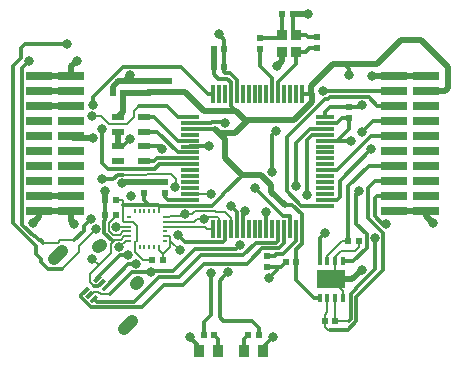
<source format=gtl>
G04 #@! TF.FileFunction,Copper,L1,Top,Signal*
%FSLAX46Y46*%
G04 Gerber Fmt 4.6, Leading zero omitted, Abs format (unit mm)*
G04 Created by KiCad (PCBNEW 4.1.0-alpha+201605071002+6776~44~ubuntu14.04.1-product) date Sun 26 Jun 2016 16:38:28 BST*
%MOMM*%
%LPD*%
G01*
G04 APERTURE LIST*
%ADD10C,0.100000*%
%ADD11R,0.300000X1.500000*%
%ADD12R,1.500000X0.300000*%
%ADD13R,2.220000X0.740000*%
%ADD14R,0.620000X0.620000*%
%ADD15R,0.200000X0.400000*%
%ADD16R,0.400000X0.200000*%
%ADD17R,0.350000X0.650000*%
%ADD18R,0.800000X0.800000*%
%ADD19R,2.400000X1.550000*%
%ADD20R,0.950000X1.000000*%
%ADD21R,1.100000X0.600000*%
%ADD22R,0.850000X0.950000*%
%ADD23C,1.000000*%
%ADD24C,0.800000*%
%ADD25C,0.300000*%
%ADD26C,0.200000*%
%ADD27C,0.500000*%
%ADD28C,0.150000*%
G04 APERTURE END LIST*
D10*
D11*
X105869953Y-95808473D03*
X105369953Y-95808473D03*
X104869953Y-95808473D03*
X104369953Y-95808473D03*
X103869953Y-95808473D03*
X103369953Y-95808473D03*
X102869953Y-95808473D03*
X102369953Y-95808473D03*
X101869953Y-95808473D03*
X101369953Y-95808473D03*
X100869953Y-95808473D03*
X100369953Y-95808473D03*
X99869953Y-95808473D03*
X99369953Y-95808473D03*
X98869953Y-95808473D03*
X98369953Y-95808473D03*
D12*
X96419953Y-97758473D03*
X96419953Y-98258473D03*
X96419953Y-98758473D03*
X96419953Y-99258473D03*
X96419953Y-99758473D03*
X96419953Y-100258473D03*
X96419953Y-100758473D03*
X96419953Y-101258473D03*
X96419953Y-101758473D03*
X96419953Y-102258473D03*
X96419953Y-102758473D03*
X96419953Y-103258473D03*
X96419953Y-103758473D03*
X96419953Y-104258473D03*
X96419953Y-104758473D03*
X96419953Y-105258473D03*
D11*
X98369953Y-107208473D03*
X98869953Y-107208473D03*
X99369953Y-107208473D03*
X99869953Y-107208473D03*
X100369953Y-107208473D03*
X100869953Y-107208473D03*
X101369953Y-107208473D03*
X101869953Y-107208473D03*
X102369953Y-107208473D03*
X102869953Y-107208473D03*
X103369953Y-107208473D03*
X103869953Y-107208473D03*
X104369953Y-107208473D03*
X104869953Y-107208473D03*
X105369953Y-107208473D03*
X105869953Y-107208473D03*
D12*
X107819953Y-105258473D03*
X107819953Y-104758473D03*
X107819953Y-104258473D03*
X107819953Y-103758473D03*
X107819953Y-103258473D03*
X107819953Y-102758473D03*
X107819953Y-102258473D03*
X107819953Y-101758473D03*
X107819953Y-101258473D03*
X107819953Y-100758473D03*
X107819953Y-100258473D03*
X107819953Y-99758473D03*
X107819953Y-99258473D03*
X107819953Y-98758473D03*
X107819953Y-98258473D03*
X107819953Y-97758473D03*
D13*
X86365000Y-94285000D03*
X83635000Y-94285000D03*
X86365000Y-95555000D03*
X83635000Y-95555000D03*
X86365000Y-96825000D03*
X83635000Y-96825000D03*
X86365000Y-98095000D03*
X83635000Y-98095000D03*
X86365000Y-99365000D03*
X83635000Y-99365000D03*
X86365000Y-100635000D03*
X83635000Y-100635000D03*
X86365000Y-101905000D03*
X83635000Y-101905000D03*
X86365000Y-103175000D03*
X83635000Y-103175000D03*
X86365000Y-104445000D03*
X83635000Y-104445000D03*
X86365000Y-105715000D03*
X83635000Y-105715000D03*
D14*
X97550000Y-116200000D03*
X98450000Y-116200000D03*
D15*
X93750000Y-105750000D03*
X93350000Y-105750000D03*
X92950000Y-105750000D03*
X92550000Y-105750000D03*
X92150000Y-105750000D03*
X91750000Y-105750000D03*
D16*
X91250000Y-106250000D03*
X91250000Y-106650000D03*
X91250000Y-107050000D03*
X91250000Y-107450000D03*
X91250000Y-107850000D03*
X91250000Y-108250000D03*
D15*
X91750000Y-108750000D03*
X92150000Y-108750000D03*
X92550000Y-108750000D03*
X92950000Y-108750000D03*
X93350000Y-108750000D03*
X93750000Y-108750000D03*
D16*
X94250000Y-108250000D03*
X94250000Y-107850000D03*
X94250000Y-107450000D03*
X94250000Y-107050000D03*
X94250000Y-106650000D03*
X94250000Y-106250000D03*
D14*
X94100000Y-109850000D03*
X93200000Y-109850000D03*
D13*
X116365000Y-94285000D03*
X113635000Y-94285000D03*
X116365000Y-95555000D03*
X113635000Y-95555000D03*
X116365000Y-96825000D03*
X113635000Y-96825000D03*
X116365000Y-98095000D03*
X113635000Y-98095000D03*
X116365000Y-99365000D03*
X113635000Y-99365000D03*
X116365000Y-100635000D03*
X113635000Y-100635000D03*
X116365000Y-101905000D03*
X113635000Y-101905000D03*
X116365000Y-103175000D03*
X113635000Y-103175000D03*
X116365000Y-104445000D03*
X113635000Y-104445000D03*
X116365000Y-105715000D03*
X113635000Y-105715000D03*
D17*
X109325000Y-109950000D03*
X108675000Y-109950000D03*
X108025000Y-109950000D03*
X107375000Y-109950000D03*
X107375000Y-113050000D03*
X108025000Y-113050000D03*
X108675000Y-113050000D03*
X109325000Y-113050000D03*
D18*
X108950000Y-111500000D03*
X107750000Y-111500000D03*
X108950000Y-111500000D03*
X107750000Y-111500000D03*
D19*
X108350000Y-111500000D03*
D14*
X99319953Y-93508473D03*
X98419953Y-93508473D03*
X99319953Y-92008473D03*
X98419953Y-92008473D03*
X93000000Y-94750000D03*
X93000000Y-95650000D03*
X94600000Y-94750000D03*
X94600000Y-95650000D03*
X90150000Y-106025000D03*
X89250000Y-106025000D03*
X89250000Y-104800000D03*
X90150000Y-104800000D03*
X107119953Y-91008473D03*
X107119953Y-91908473D03*
X104219953Y-89008473D03*
X105119953Y-89008473D03*
X92500000Y-103300000D03*
X92500000Y-104200000D03*
X109850000Y-97800000D03*
X109850000Y-96900000D03*
X104500000Y-110025000D03*
X105400000Y-110025000D03*
X102950000Y-109525000D03*
X102950000Y-110425000D03*
X94250000Y-104200000D03*
X94250000Y-103300000D03*
X109800000Y-108250000D03*
X110700000Y-108250000D03*
X90750000Y-95750000D03*
X89850000Y-95750000D03*
D20*
X97200000Y-117600000D03*
X98800000Y-117600000D03*
X102600000Y-117600000D03*
X101000000Y-117600000D03*
D21*
X90300000Y-97750000D03*
X90300000Y-99000000D03*
X90300000Y-100250000D03*
X90300000Y-101500000D03*
X92500000Y-101500000D03*
X92500000Y-100250000D03*
X92500000Y-99000000D03*
X92500000Y-97750000D03*
D14*
X102369953Y-91058473D03*
X102369953Y-91958473D03*
X102250000Y-116200000D03*
X101350000Y-116200000D03*
D22*
X105369953Y-92258473D03*
X105369953Y-90808473D03*
X104219953Y-90808473D03*
X104219953Y-92258473D03*
D23*
X88654944Y-108789079D02*
X88831720Y-108612303D01*
X91801569Y-111935704D02*
X91978345Y-111758928D01*
X84924955Y-109761351D02*
X85561351Y-109124955D01*
X90829297Y-115665693D02*
X91465693Y-115029297D01*
D14*
X108700000Y-115000000D03*
X107800000Y-115000000D03*
D10*
G36*
X89417627Y-111777348D02*
X89629759Y-111989480D01*
X89127713Y-112491526D01*
X88915581Y-112279394D01*
X89417627Y-111777348D01*
X89417627Y-111777348D01*
G37*
G36*
X89064074Y-111423794D02*
X89276206Y-111635926D01*
X88774160Y-112137972D01*
X88562028Y-111925840D01*
X89064074Y-111423794D01*
X89064074Y-111423794D01*
G37*
G36*
X88710520Y-111070241D02*
X88922652Y-111282373D01*
X88420606Y-111784419D01*
X88208474Y-111572287D01*
X88710520Y-111070241D01*
X88710520Y-111070241D01*
G37*
G36*
X87692287Y-112088474D02*
X87904419Y-112300606D01*
X87402373Y-112802652D01*
X87190241Y-112590520D01*
X87692287Y-112088474D01*
X87692287Y-112088474D01*
G37*
G36*
X88045840Y-112442028D02*
X88257972Y-112654160D01*
X87755926Y-113156206D01*
X87543794Y-112944074D01*
X88045840Y-112442028D01*
X88045840Y-112442028D01*
G37*
G36*
X88399394Y-112795581D02*
X88611526Y-113007713D01*
X88109480Y-113509759D01*
X87897348Y-113297627D01*
X88399394Y-112795581D01*
X88399394Y-112795581D01*
G37*
D24*
X103400000Y-116400000D03*
X96400000Y-116400000D03*
X88141139Y-109791139D03*
X95570000Y-109040012D03*
X117000000Y-106750000D03*
X83125000Y-106750000D03*
X86600000Y-106800000D03*
X103750000Y-93450000D03*
X90633583Y-103370021D03*
X89250000Y-103990000D03*
X91350000Y-99625000D03*
X103075000Y-111400000D03*
X86800000Y-92975000D03*
X99350000Y-98240010D03*
X110975000Y-110675000D03*
X110025000Y-99750000D03*
X111775000Y-94325000D03*
X106425000Y-89000000D03*
X98850000Y-90750000D03*
X91300000Y-94240010D03*
X111000000Y-96775010D03*
X109825000Y-94225000D03*
X88122396Y-97687833D03*
X99850000Y-105300000D03*
X98175000Y-111000000D03*
X101100000Y-105725000D03*
X99625000Y-110900010D03*
X98000000Y-100250000D03*
X94051473Y-100448527D03*
X88951088Y-98748912D03*
X90420048Y-108780711D03*
X91375000Y-104450000D03*
X98200000Y-104250000D03*
X88151734Y-96698266D03*
X103675000Y-98925000D03*
X103351777Y-102423223D03*
X101925000Y-103800000D03*
X107646651Y-95529727D03*
X111000000Y-99000000D03*
X111750000Y-100500000D03*
X107850000Y-107550000D03*
X106325000Y-104340010D03*
X110750000Y-104000000D03*
X105400000Y-103600000D03*
X112050011Y-108000000D03*
X113000000Y-106800000D03*
X88159990Y-99500000D03*
X97578219Y-106399990D03*
X95119951Y-103700000D03*
X88925000Y-103000000D03*
X88424981Y-107249644D03*
X86000000Y-91600000D03*
X90175000Y-107069736D03*
X95400390Y-107740001D03*
X88000000Y-106400000D03*
X96000000Y-106000000D03*
X82800000Y-93000000D03*
X93080000Y-110890000D03*
X100625000Y-108625000D03*
X102800000Y-105800000D03*
X91830000Y-110180000D03*
X91174226Y-109473659D03*
D25*
X102600000Y-117600000D02*
X102600000Y-117200000D01*
X102600000Y-117200000D02*
X103400000Y-116400000D01*
X97200000Y-117600000D02*
X97200000Y-117200000D01*
X97200000Y-117200000D02*
X96400000Y-116400000D01*
D26*
X88685240Y-110324760D02*
X87957581Y-111052419D01*
X89750000Y-109260000D02*
X88685240Y-110324760D01*
X88685240Y-110324760D02*
X88674760Y-110324760D01*
X88674760Y-110324760D02*
X88141139Y-109791139D01*
X94700001Y-108724999D02*
X94700001Y-108170013D01*
X94700001Y-108170013D02*
X94750389Y-108220401D01*
X94750389Y-108220401D02*
X95570000Y-109040012D01*
X94100000Y-109340000D02*
X94100000Y-109325000D01*
X94100000Y-109325000D02*
X94700001Y-108724999D01*
X94700001Y-108724999D02*
X94700001Y-108277954D01*
X94700001Y-108277954D02*
X94740001Y-108237954D01*
X90108047Y-108130710D02*
X89897379Y-108267378D01*
X89897379Y-108267378D02*
X89750000Y-108488757D01*
D25*
X89250000Y-106025000D02*
X89250000Y-106467035D01*
X89250000Y-106467035D02*
X89124989Y-106592046D01*
X89124989Y-106592046D02*
X89124989Y-107547426D01*
X89124989Y-107547426D02*
X89871160Y-108293597D01*
X89871160Y-108293597D02*
X89897379Y-108267378D01*
D26*
X91250000Y-107850000D02*
X90851726Y-107850000D01*
X90851726Y-107850000D02*
X90571016Y-108130710D01*
X89750000Y-108488757D02*
X89750000Y-109260000D01*
X90571016Y-108130710D02*
X90108047Y-108130710D01*
X87957581Y-111052419D02*
X87957581Y-111757581D01*
X87957581Y-111757581D02*
X88303499Y-112103499D01*
D25*
X88918234Y-111781766D02*
X88596501Y-112103499D01*
X88596501Y-112103499D02*
X88303499Y-112103499D01*
D27*
X116365000Y-105715000D02*
X116365000Y-106115000D01*
X116365000Y-106115000D02*
X117000000Y-106750000D01*
X83635000Y-105715000D02*
X83635000Y-106240000D01*
X83635000Y-106240000D02*
X83125000Y-106750000D01*
X86365000Y-105715000D02*
X86365000Y-106565000D01*
X86365000Y-106565000D02*
X86600000Y-106800000D01*
X104219953Y-92980047D02*
X103750000Y-93450000D01*
X104219953Y-92258473D02*
X104219953Y-92980047D01*
D26*
X94740001Y-107940001D02*
X94740001Y-108237954D01*
D27*
X92500000Y-103300000D02*
X90703604Y-103300000D01*
X90703604Y-103300000D02*
X90633583Y-103370021D01*
D26*
X94250000Y-107850000D02*
X94650000Y-107850000D01*
X94650000Y-107850000D02*
X94740001Y-107940001D01*
D27*
X89250000Y-103990000D02*
X89250000Y-104800000D01*
D26*
X94100000Y-109850000D02*
X94100000Y-109340000D01*
X94100000Y-109340000D02*
X93750000Y-108990000D01*
X93750000Y-108990000D02*
X93750000Y-108750000D01*
D25*
X89250000Y-106025000D02*
X89250000Y-105408238D01*
X89250000Y-105408238D02*
X89250000Y-104800000D01*
X90300000Y-100250000D02*
X90725000Y-100250000D01*
X90725000Y-100250000D02*
X91350000Y-99625000D01*
D27*
X90300000Y-99000000D02*
X90300000Y-99707398D01*
X90300000Y-99707398D02*
X90300000Y-100250000D01*
D25*
X103732264Y-110425000D02*
X104100000Y-110425000D01*
X102950000Y-110425000D02*
X103732264Y-110425000D01*
X103732264Y-110425000D02*
X103732264Y-110742736D01*
X103732264Y-110742736D02*
X103075000Y-111400000D01*
X104100000Y-110425000D02*
X104500000Y-110025000D01*
D27*
X86365000Y-94285000D02*
X86365000Y-93410000D01*
X86365000Y-93410000D02*
X86800000Y-92975000D01*
X83635000Y-94285000D02*
X86365000Y-94285000D01*
X93000000Y-94750000D02*
X90940774Y-94750000D01*
X90940774Y-94750000D02*
X90865392Y-94674618D01*
X94600000Y-94750000D02*
X93000000Y-94750000D01*
X89850000Y-95237998D02*
X90337998Y-94750000D01*
X94250000Y-103300000D02*
X92500000Y-103300000D01*
D25*
X96419953Y-98258473D02*
X98174073Y-98258473D01*
X98174073Y-98258473D02*
X98264082Y-98168464D01*
X98264082Y-98168464D02*
X99278454Y-98168464D01*
X99278454Y-98168464D02*
X99350000Y-98240010D01*
D27*
X113635000Y-105715000D02*
X113560000Y-105715000D01*
X108350000Y-111500000D02*
X110150000Y-111500000D01*
X110150000Y-111500000D02*
X110975000Y-110675000D01*
D26*
X108675000Y-109950000D02*
X108675000Y-109577998D01*
X108675000Y-109577998D02*
X109177998Y-109075000D01*
X110385000Y-109075000D02*
X110700000Y-108760000D01*
X109177998Y-109075000D02*
X110385000Y-109075000D01*
X110700000Y-108760000D02*
X110700000Y-108250000D01*
D27*
X113635000Y-105715000D02*
X116365000Y-105715000D01*
D25*
X108869953Y-99758473D02*
X110016527Y-99758473D01*
X110016527Y-99758473D02*
X110025000Y-99750000D01*
X107819953Y-99758473D02*
X108869953Y-99758473D01*
X108869953Y-99758473D02*
X109850000Y-98778426D01*
X109850000Y-98778426D02*
X109850000Y-98410000D01*
X109850000Y-98410000D02*
X109850000Y-97800000D01*
D27*
X113635000Y-94285000D02*
X111815000Y-94285000D01*
X111815000Y-94285000D02*
X111775000Y-94325000D01*
X113635000Y-94285000D02*
X116365000Y-94285000D01*
D25*
X109290428Y-97800000D02*
X109850000Y-97800000D01*
X108551526Y-98248474D02*
X108841954Y-98248474D01*
X108841954Y-98248474D02*
X109290428Y-97800000D01*
X107819953Y-98258473D02*
X108541527Y-98258473D01*
X108541527Y-98258473D02*
X108551526Y-98248474D01*
D27*
X105119953Y-89008473D02*
X106416527Y-89008473D01*
X106416527Y-89008473D02*
X106425000Y-89000000D01*
D25*
X99319953Y-92008473D02*
X99319953Y-91219953D01*
X99319953Y-91219953D02*
X98850000Y-90750000D01*
X99319953Y-93944953D02*
X99384990Y-94009990D01*
X99384990Y-94009990D02*
X99776451Y-94009991D01*
X99776451Y-94009991D02*
X100369953Y-94603493D01*
X100369953Y-94603493D02*
X100369953Y-94758473D01*
X100369953Y-94758473D02*
X100369953Y-95808473D01*
X99319953Y-93508473D02*
X99319953Y-93944953D01*
X99319953Y-92008473D02*
X99319953Y-93508473D01*
X106433473Y-91008473D02*
X106233473Y-90808473D01*
X106233473Y-90808473D02*
X105369953Y-90808473D01*
X107119953Y-91008473D02*
X106433473Y-91008473D01*
X105119953Y-89008473D02*
X105119953Y-90558473D01*
X105119953Y-90558473D02*
X105369953Y-90808473D01*
D26*
X108350000Y-111500000D02*
X108675000Y-111175000D01*
X108675000Y-111175000D02*
X108675000Y-109950000D01*
X109325000Y-113050000D02*
X109325000Y-112475000D01*
X109325000Y-112475000D02*
X108350000Y-111500000D01*
X93750000Y-108750000D02*
X93759999Y-108740001D01*
D27*
X83635000Y-105715000D02*
X86365000Y-105715000D01*
X90865392Y-94750000D02*
X90865392Y-94674618D01*
X90865392Y-94674618D02*
X91300000Y-94240010D01*
X90337998Y-94750000D02*
X90865392Y-94750000D01*
X89850000Y-95750000D02*
X89850000Y-95237998D01*
D25*
X103869953Y-94758473D02*
X105369953Y-93258473D01*
X105369953Y-93258473D02*
X105369953Y-93033473D01*
X105369953Y-93033473D02*
X105369953Y-92258473D01*
X106191527Y-92258473D02*
X106191527Y-92226899D01*
X106191527Y-92226899D02*
X106509953Y-91908473D01*
X106509953Y-91908473D02*
X107119953Y-91908473D01*
X105369953Y-92258473D02*
X106191527Y-92258473D01*
X103869953Y-95808473D02*
X103869953Y-94758473D01*
X102369953Y-91058473D02*
X103969953Y-91058473D01*
X104219953Y-90808473D02*
X104219953Y-89008473D01*
X103969953Y-91058473D02*
X104219953Y-90808473D01*
D26*
X91250000Y-106650000D02*
X91600002Y-106650000D01*
X91600002Y-106650000D02*
X91950000Y-106999998D01*
X91950000Y-106999998D02*
X91950000Y-108199998D01*
X91925000Y-108224998D02*
X91875002Y-108224998D01*
X91950000Y-108199998D02*
X91925000Y-108224998D01*
X91875002Y-108224998D02*
X91750000Y-108350000D01*
X91750000Y-108350000D02*
X91750000Y-108750000D01*
X90759999Y-106582001D02*
X90759999Y-105212911D01*
X90759999Y-105212911D02*
X90759999Y-104899999D01*
D25*
X92893879Y-105209999D02*
X90762911Y-105209999D01*
D26*
X90762911Y-105209999D02*
X90759999Y-105212911D01*
X91250000Y-106650000D02*
X90827998Y-106650000D01*
X90827998Y-106650000D02*
X90759999Y-106582001D01*
X90660000Y-104800000D02*
X90150000Y-104800000D01*
X90759999Y-104899999D02*
X90660000Y-104800000D01*
D25*
X105400000Y-110025000D02*
X105400000Y-111550000D01*
X105400000Y-111550000D02*
X106900000Y-113050000D01*
X106900000Y-113050000D02*
X107375000Y-113050000D01*
X109850000Y-96900000D02*
X110596065Y-96900000D01*
X110875010Y-96900000D02*
X110596065Y-96900000D01*
X110596065Y-96900000D02*
X110834991Y-96900000D01*
X111000000Y-96775010D02*
X110875010Y-96900000D01*
D26*
X91750000Y-109172002D02*
X92427998Y-109850000D01*
X92427998Y-109850000D02*
X93200000Y-109850000D01*
X91750000Y-108750000D02*
X91750000Y-109172002D01*
D25*
X105859963Y-108480037D02*
X105400000Y-108940000D01*
X105400000Y-108940000D02*
X105400000Y-110025000D01*
D27*
X90750000Y-95750000D02*
X92900000Y-95750000D01*
X92900000Y-95750000D02*
X93000000Y-95650000D01*
D25*
X99869953Y-96820475D02*
X100267401Y-97217923D01*
D27*
X97571405Y-97217923D02*
X100267401Y-97217923D01*
X100267401Y-97217923D02*
X101082844Y-98033366D01*
X94600000Y-95650000D02*
X96003482Y-95650000D01*
X96003482Y-95650000D02*
X97571405Y-97217923D01*
X93000000Y-95650000D02*
X94600000Y-95650000D01*
D25*
X99869953Y-95808473D02*
X99869953Y-96820475D01*
X101082844Y-98033366D02*
X101301034Y-98033366D01*
D27*
X90750000Y-97300000D02*
X90750000Y-95750000D01*
X90300000Y-97750000D02*
X90750000Y-97300000D01*
X99400000Y-101250000D02*
X99400000Y-99650000D01*
X99400000Y-99650000D02*
X98840001Y-99090001D01*
X100809999Y-102659999D02*
X99400000Y-101250000D01*
X100863449Y-102659999D02*
X100809999Y-102659999D01*
X100863449Y-102659999D02*
X102400599Y-102659999D01*
D25*
X99225000Y-104320202D02*
X99225000Y-104298448D01*
X99225000Y-104298448D02*
X100863449Y-102659999D01*
X96419953Y-105258473D02*
X98286729Y-105258473D01*
X98286729Y-105258473D02*
X99225000Y-104320202D01*
X105869953Y-107208473D02*
X105869953Y-105994953D01*
X105075000Y-105200000D02*
X104425000Y-105200000D01*
X105869953Y-105994953D02*
X105075000Y-105200000D01*
D27*
X103300000Y-104075000D02*
X104425000Y-105200000D01*
X103275000Y-104075000D02*
X103300000Y-104075000D01*
X102400599Y-102659999D02*
X103275000Y-103534400D01*
X103275000Y-103534400D02*
X103275000Y-104075000D01*
X108525000Y-93250000D02*
X109336450Y-93250000D01*
X109336450Y-93250000D02*
X111564990Y-93250000D01*
D25*
X109825000Y-94225000D02*
X109825000Y-93659315D01*
X109825000Y-93659315D02*
X109415685Y-93250000D01*
X109415685Y-93250000D02*
X109336450Y-93250000D01*
D27*
X107576690Y-94198310D02*
X108525000Y-93250000D01*
X107576690Y-94200000D02*
X107576690Y-94198310D01*
D25*
X107819953Y-97758473D02*
X107819953Y-97308473D01*
X107819953Y-97308473D02*
X108228426Y-96900000D01*
X108228426Y-96900000D02*
X109850000Y-96900000D01*
X93722001Y-105209999D02*
X92893879Y-105209999D01*
X92500000Y-104200000D02*
X92500000Y-104816120D01*
X92500000Y-104816120D02*
X92893879Y-105209999D01*
X94258473Y-105258473D02*
X93770475Y-105258473D01*
X93770475Y-105258473D02*
X93722001Y-105209999D01*
X105869953Y-95808473D02*
X106679801Y-95808473D01*
X106679801Y-95808473D02*
X106738455Y-95808473D01*
D27*
X107576690Y-94200000D02*
X106679801Y-95096889D01*
X106679801Y-95096889D02*
X106679801Y-95808473D01*
X106738455Y-95808473D02*
X106738455Y-96493569D01*
X106738455Y-96493569D02*
X105198658Y-98033366D01*
X105198658Y-98033366D02*
X101301034Y-98033366D01*
X101301034Y-98033366D02*
X100244399Y-99090001D01*
X100244399Y-99090001D02*
X98840001Y-99090001D01*
X99793211Y-99090001D02*
X98840001Y-99090001D01*
X98840001Y-99090001D02*
X98750000Y-99000000D01*
D25*
X105869953Y-107208473D02*
X105859963Y-107218463D01*
X105859963Y-107218463D02*
X105859963Y-108480037D01*
D27*
X98750000Y-99000000D02*
X98508473Y-98758473D01*
D25*
X98508473Y-98758473D02*
X96419953Y-98758473D01*
D27*
X92950000Y-95750000D02*
X93000000Y-95700000D01*
D26*
X93750000Y-105750000D02*
X93750000Y-105350000D01*
X93750000Y-105350000D02*
X93841527Y-105258473D01*
X93841527Y-105258473D02*
X94258473Y-105258473D01*
D25*
X96419953Y-105258473D02*
X94258473Y-105258473D01*
D27*
X111289969Y-93250000D02*
X111564990Y-93250000D01*
X116000000Y-91250000D02*
X118250000Y-93500000D01*
X118250000Y-93500000D02*
X118250000Y-93897998D01*
X114250000Y-91250000D02*
X116000000Y-91250000D01*
X112250000Y-93250000D02*
X114250000Y-91250000D01*
X111564990Y-93250000D02*
X112250000Y-93250000D01*
D25*
X99573482Y-94500000D02*
X98801480Y-94500000D01*
X98801480Y-94500000D02*
X98419953Y-94118473D01*
X98419953Y-94118473D02*
X98419953Y-93508473D01*
X99869953Y-95808473D02*
X99869953Y-94796471D01*
X99869953Y-94796471D02*
X99573482Y-94500000D01*
D27*
X118250000Y-95280000D02*
X118250000Y-93897998D01*
X116365000Y-95555000D02*
X117975000Y-95555000D01*
X117975000Y-95555000D02*
X118250000Y-95280000D01*
X98419953Y-92008473D02*
X98419953Y-93508473D01*
D25*
X98369953Y-93558473D02*
X98419953Y-93508473D01*
X96419953Y-105258473D02*
X95819953Y-105258473D01*
X102950000Y-109525000D02*
X103560000Y-109525000D01*
X103560000Y-109525000D02*
X103719992Y-109365008D01*
X103719992Y-109365008D02*
X104263418Y-109365008D01*
X104263418Y-109365008D02*
X105369953Y-108258473D01*
X105369953Y-108258473D02*
X105369953Y-107208473D01*
X94250000Y-104500000D02*
X94508473Y-104758473D01*
X94508473Y-104758473D02*
X95419953Y-104758473D01*
X94250000Y-104200000D02*
X94250000Y-104500000D01*
X95419953Y-104758473D02*
X96419953Y-104758473D01*
X113635000Y-101905000D02*
X111520000Y-101905000D01*
X111520000Y-101905000D02*
X109800000Y-103625000D01*
X109800000Y-103625000D02*
X109800000Y-107640000D01*
X109800000Y-107640000D02*
X109800000Y-108250000D01*
X113635000Y-101905000D02*
X112812998Y-101905000D01*
D26*
X108025000Y-109950000D02*
X108025000Y-109515000D01*
X108025000Y-109515000D02*
X109290000Y-108250000D01*
X109290000Y-108250000D02*
X109800000Y-108250000D01*
X90150000Y-106025000D02*
X90150000Y-106132734D01*
X90150000Y-106132734D02*
X89524999Y-106757735D01*
X90850000Y-107450000D02*
X91250000Y-107450000D01*
X89524999Y-106757735D02*
X89524999Y-107381737D01*
X89524999Y-107381737D02*
X89862999Y-107719737D01*
X89862999Y-107719737D02*
X90487001Y-107719737D01*
X90487001Y-107719737D02*
X90756738Y-107450000D01*
X90756738Y-107450000D02*
X90850000Y-107450000D01*
D25*
X98800000Y-117600000D02*
X98800000Y-116550000D01*
X98800000Y-116550000D02*
X98450000Y-116200000D01*
X101000000Y-117600000D02*
X101000000Y-116550000D01*
X101000000Y-116550000D02*
X101350000Y-116200000D01*
X102369953Y-93465155D02*
X102369953Y-92568473D01*
X102369953Y-92568473D02*
X102369953Y-91958473D01*
X103369953Y-95808473D02*
X103369953Y-94465155D01*
X103369953Y-94465155D02*
X102369953Y-93465155D01*
X96419953Y-97758473D02*
X95369953Y-97758473D01*
X95369953Y-97758473D02*
X94471478Y-96859998D01*
X94471478Y-96859998D02*
X92065002Y-96859998D01*
D26*
X91659999Y-97265001D02*
X92065002Y-96859998D01*
X88122396Y-97687833D02*
X88865831Y-97687833D01*
X88865831Y-97687833D02*
X89517999Y-98340001D01*
X89517999Y-98340001D02*
X91082001Y-98340001D01*
X91659999Y-97762003D02*
X91659999Y-97265001D01*
X91082001Y-98340001D02*
X91659999Y-97762003D01*
D25*
X98175000Y-114500000D02*
X97550000Y-115125000D01*
X97550000Y-115125000D02*
X97550000Y-116200000D01*
X99850000Y-105300000D02*
X100369953Y-105819953D01*
X100369953Y-105819953D02*
X100369953Y-107208473D01*
X98175000Y-114500000D02*
X98175000Y-111000000D01*
X101660000Y-115000000D02*
X99200000Y-115000000D01*
X99200000Y-115000000D02*
X98908613Y-114708613D01*
X102250000Y-116200000D02*
X102250000Y-115590000D01*
X102250000Y-115590000D02*
X101660000Y-115000000D01*
X99625000Y-110900010D02*
X99225001Y-111300009D01*
X98908613Y-111616387D02*
X98908613Y-114708613D01*
X99225001Y-111300009D02*
X99224991Y-111300009D01*
X99224991Y-111300009D02*
X98908613Y-111616387D01*
X100869953Y-107208473D02*
X100869953Y-105955047D01*
X100869953Y-105955047D02*
X101100000Y-105725000D01*
X96419953Y-99758473D02*
X95369953Y-99758473D01*
X95369953Y-99758473D02*
X93361480Y-97750000D01*
X93361480Y-97750000D02*
X93350000Y-97750000D01*
X93350000Y-97750000D02*
X92500000Y-97750000D01*
X98000000Y-100250000D02*
X96428426Y-100250000D01*
X96428426Y-100250000D02*
X96419953Y-100258473D01*
X92500000Y-100250000D02*
X93852946Y-100250000D01*
X93852946Y-100250000D02*
X94051473Y-100448527D01*
X92500000Y-99000000D02*
X93649478Y-99000000D01*
X95407951Y-100758473D02*
X96419953Y-100758473D01*
X93649478Y-99000000D02*
X95407951Y-100758473D01*
X92500000Y-101500000D02*
X93350000Y-101500000D01*
X93350000Y-101500000D02*
X93591527Y-101258473D01*
X93591527Y-101258473D02*
X95369953Y-101258473D01*
X95369953Y-101258473D02*
X96419953Y-101258473D01*
X89477999Y-102140001D02*
X88951088Y-101613090D01*
X88951088Y-101613090D02*
X88951088Y-101396432D01*
X88951088Y-98748912D02*
X88951088Y-101396432D01*
X96419953Y-101758473D02*
X93784505Y-101758473D01*
X93784505Y-101758473D02*
X93402977Y-102140001D01*
X93402977Y-102140001D02*
X89477999Y-102140001D01*
D26*
X91250000Y-108250000D02*
X90950759Y-108250000D01*
X90950759Y-108250000D02*
X90420048Y-108780711D01*
X98200000Y-104250000D02*
X97666946Y-104250000D01*
X97666946Y-104250000D02*
X97658473Y-104258473D01*
X97658473Y-104258473D02*
X96419953Y-104258473D01*
D25*
X96428426Y-104250000D02*
X96419953Y-104258473D01*
D26*
X97650000Y-107050000D02*
X97808473Y-107208473D01*
X97808473Y-107208473D02*
X98369953Y-107208473D01*
X94250000Y-107050000D02*
X97650000Y-107050000D01*
X98356086Y-107194606D02*
X98369953Y-107208473D01*
D25*
X98369953Y-95808473D02*
X97919953Y-95808473D01*
X97919953Y-95808473D02*
X95611489Y-93500009D01*
X95611489Y-93500009D02*
X90753589Y-93500009D01*
X90753589Y-93500009D02*
X88151734Y-96101864D01*
X88151734Y-96101864D02*
X88151734Y-96132581D01*
X88151734Y-96132581D02*
X88151734Y-96698266D01*
X103351777Y-102423223D02*
X103351777Y-99248223D01*
X103351777Y-99248223D02*
X103675000Y-98925000D01*
X104869953Y-107208473D02*
X104869953Y-106158473D01*
X104869953Y-106158473D02*
X104829952Y-106118472D01*
X104829952Y-106118472D02*
X104243472Y-106118472D01*
X104243472Y-106118472D02*
X101925000Y-103800000D01*
X113635000Y-95555000D02*
X107671924Y-95555000D01*
X107671924Y-95555000D02*
X107646651Y-95529727D01*
X107819953Y-105258473D02*
X105833473Y-105258473D01*
X105833473Y-105258473D02*
X104600000Y-104025000D01*
X104600000Y-104025000D02*
X104600000Y-99475000D01*
X107816425Y-96249999D02*
X108050001Y-96249999D01*
X104600000Y-99475000D02*
X105443049Y-98631951D01*
X105443049Y-98631951D02*
X105443049Y-98623375D01*
X105443049Y-98623375D02*
X107816425Y-96249999D01*
X108050001Y-96249999D02*
X108225000Y-96075000D01*
X108225000Y-96075000D02*
X111525000Y-96075000D01*
X111525000Y-96075000D02*
X112275000Y-96825000D01*
X112275000Y-96825000D02*
X113635000Y-96825000D01*
X111750000Y-98250000D02*
X111000000Y-99000000D01*
X111750000Y-100500000D02*
X109111733Y-103138267D01*
X109111733Y-103138267D02*
X109111733Y-104516693D01*
X109111733Y-104516693D02*
X108869953Y-104758473D01*
X108869953Y-104758473D02*
X107819953Y-104758473D01*
X113635000Y-98095000D02*
X111905000Y-98095000D01*
X111905000Y-98095000D02*
X111750000Y-98250000D01*
X107828426Y-104750000D02*
X107819953Y-104758473D01*
X107850000Y-107550000D02*
X107375000Y-108025000D01*
X107375000Y-108025000D02*
X107375000Y-109950000D01*
X107819953Y-99258473D02*
X106769953Y-99258473D01*
X106769953Y-99258473D02*
X106325000Y-99703426D01*
X106325000Y-99703426D02*
X106325000Y-104340010D01*
X110500010Y-104750000D02*
X110500010Y-104249990D01*
X110500010Y-104249990D02*
X110750000Y-104000000D01*
X111350001Y-107667999D02*
X110500010Y-106818008D01*
X110500010Y-106818008D02*
X110500010Y-104750000D01*
X107819953Y-98758473D02*
X106576975Y-98758473D01*
X105400000Y-100128426D02*
X105400000Y-103600000D01*
X106576975Y-98758473D02*
X105400000Y-99935448D01*
X105400000Y-99935448D02*
X105400000Y-100128426D01*
X111288276Y-107606274D02*
X111350001Y-107667999D01*
X111350001Y-107667999D02*
X111350001Y-108832001D01*
X111350001Y-108832001D02*
X110232002Y-109950000D01*
X110232002Y-109950000D02*
X109800000Y-109950000D01*
X109800000Y-109950000D02*
X109325000Y-109950000D01*
X108225001Y-115800001D02*
X109765001Y-115800001D01*
X109765001Y-115800001D02*
X110500000Y-115065002D01*
X111500000Y-106300000D02*
X111500000Y-103750000D01*
X110500000Y-115065002D02*
X110500000Y-113000000D01*
X110500000Y-113000000D02*
X112752864Y-110747136D01*
X112752864Y-110747136D02*
X112752864Y-107552864D01*
X112752864Y-107552864D02*
X111500000Y-106300000D01*
X111500000Y-103750000D02*
X112075000Y-103175000D01*
X112075000Y-103175000D02*
X113635000Y-103175000D01*
D26*
X108225001Y-115800001D02*
X108090001Y-115800001D01*
X108090001Y-115800001D02*
X107800000Y-115510000D01*
X107800000Y-115510000D02*
X107800000Y-115000000D01*
X108025000Y-113050000D02*
X108025000Y-114258221D01*
X107800000Y-115000000D02*
X107800000Y-114490000D01*
X107800000Y-114490000D02*
X108025000Y-114265000D01*
X108025000Y-114265000D02*
X108025000Y-114258221D01*
X108675000Y-113575000D02*
X108700000Y-113600000D01*
X108700000Y-113600000D02*
X108700000Y-115000000D01*
D25*
X112050011Y-108000000D02*
X112050011Y-108565685D01*
X112050011Y-108565685D02*
X112052854Y-108568528D01*
X112052854Y-108568528D02*
X112052854Y-110633148D01*
X112052854Y-104617146D02*
X112052854Y-106152856D01*
X112052854Y-106152856D02*
X112699998Y-106800000D01*
X112699998Y-106800000D02*
X113000000Y-106800000D01*
X110000000Y-112750000D02*
X110000000Y-113920915D01*
X110000000Y-113920915D02*
X110000000Y-114825000D01*
D26*
X108675000Y-113050000D02*
X108675000Y-113575000D01*
X109825000Y-115000000D02*
X108700000Y-115000000D01*
D25*
X113635000Y-104445000D02*
X112225000Y-104445000D01*
X112225000Y-104445000D02*
X112052854Y-104617146D01*
X112052854Y-110633148D02*
X110436002Y-112250000D01*
X110436002Y-112250000D02*
X110436002Y-112313998D01*
X110436002Y-112313998D02*
X110000000Y-112750000D01*
X110000000Y-114825000D02*
X109825000Y-115000000D01*
X107819953Y-102258473D02*
X108869953Y-102258473D01*
X108869953Y-102258473D02*
X111763426Y-99365000D01*
X111763426Y-99365000D02*
X112225000Y-99365000D01*
X112225000Y-99365000D02*
X113635000Y-99365000D01*
D27*
X88159990Y-99500000D02*
X86500000Y-99500000D01*
X86500000Y-99500000D02*
X86365000Y-99365000D01*
X83635000Y-95555000D02*
X86365000Y-95555000D01*
X83635000Y-96825000D02*
X86365000Y-96825000D01*
X83635000Y-104445000D02*
X86365000Y-104445000D01*
D25*
X102525001Y-108874999D02*
X101454837Y-109945163D01*
X101454837Y-109945163D02*
X101200000Y-110200000D01*
X103908407Y-108874999D02*
X102525001Y-108874999D01*
X88023685Y-113850010D02*
X92339322Y-113850010D01*
X95800000Y-112000000D02*
X94189332Y-112000000D01*
X94189332Y-112000000D02*
X92339322Y-113850010D01*
X97600000Y-110200000D02*
X95800000Y-112000000D01*
X101200000Y-110200000D02*
X97600000Y-110200000D01*
X104369953Y-108413453D02*
X103908407Y-108874999D01*
X104369953Y-107208473D02*
X104369953Y-108413453D01*
X87546447Y-112446446D02*
X87200000Y-112792893D01*
X87200000Y-112792893D02*
X87200000Y-113026325D01*
X87200000Y-113026325D02*
X88023685Y-113850010D01*
X88500001Y-113400000D02*
X88500001Y-113398234D01*
X88500001Y-113398234D02*
X88254437Y-113152670D01*
X95500000Y-111300000D02*
X97322951Y-109477049D01*
X101975011Y-108424989D02*
X100922951Y-109477049D01*
X100922951Y-109477049D02*
X97322951Y-109477049D01*
X103705439Y-108384989D02*
X103615011Y-108384989D01*
X103615011Y-108384989D02*
X103575011Y-108424989D01*
X103575011Y-108424989D02*
X101975011Y-108424989D01*
X93800000Y-111300000D02*
X95500000Y-111300000D01*
X88500001Y-113400000D02*
X91700000Y-113400000D01*
X103705439Y-108384989D02*
X103869953Y-108220475D01*
X91700000Y-113400000D02*
X93800000Y-111300000D01*
X103869953Y-108220475D02*
X103869953Y-107208473D01*
D26*
X96249990Y-106650000D02*
X96762524Y-106650000D01*
X96762524Y-106650000D02*
X97012534Y-106399990D01*
X97012534Y-106399990D02*
X97578219Y-106399990D01*
X98720969Y-106200000D02*
X97778209Y-106200000D01*
X97778209Y-106200000D02*
X97578219Y-106399990D01*
X98869953Y-106348984D02*
X98869953Y-107208473D01*
X98720969Y-106200000D02*
X98869953Y-106348984D01*
D28*
X94250000Y-106650000D02*
X96249990Y-106650000D01*
X95250000Y-103500000D02*
X95250000Y-103569951D01*
X95250000Y-103569951D02*
X95119951Y-103700000D01*
D25*
X89350000Y-103025000D02*
X88950000Y-103025000D01*
X88950000Y-103025000D02*
X88925000Y-103000000D01*
D26*
X94830011Y-102580011D02*
X90699787Y-102630011D01*
D25*
X89350000Y-103025000D02*
X89915685Y-103025000D01*
X89915685Y-103025000D02*
X90310674Y-102630011D01*
X90310674Y-102630011D02*
X90699787Y-102630011D01*
D26*
X95250000Y-103000000D02*
X94830011Y-102580011D01*
X95250000Y-103500000D02*
X95250000Y-103000000D01*
D25*
X85586946Y-110600000D02*
X84400000Y-110600000D01*
X82400000Y-91600000D02*
X85434315Y-91600000D01*
X84400000Y-110600000D02*
X83800000Y-110000000D01*
X83800000Y-110000000D02*
X83800000Y-109767782D01*
X82099999Y-91900001D02*
X82400000Y-91600000D01*
X85434315Y-91600000D02*
X86000000Y-91600000D01*
X83800000Y-109767782D02*
X83352598Y-109320380D01*
X83352598Y-109320380D02*
X83352598Y-108650010D01*
X82099999Y-92780001D02*
X82099999Y-91900001D01*
X83352598Y-108650010D02*
X81400000Y-106697412D01*
X81400000Y-106697412D02*
X81400000Y-93480000D01*
X81400000Y-93480000D02*
X82099999Y-92780001D01*
D26*
X87000000Y-108600000D02*
X87074625Y-108600000D01*
X87074625Y-108600000D02*
X88424981Y-107249644D01*
X87000000Y-109186946D02*
X87000000Y-108600000D01*
X85586946Y-110600000D02*
X87000000Y-109186946D01*
X90175000Y-107069736D02*
X91230264Y-107069736D01*
X91230264Y-107069736D02*
X91250000Y-107050000D01*
D25*
X99369953Y-108158473D02*
X99229952Y-108298474D01*
X95400390Y-107740001D02*
X95958863Y-108298474D01*
X95958863Y-108298474D02*
X99229952Y-108298474D01*
X99369953Y-108158473D02*
X99369953Y-107208473D01*
D26*
X84000000Y-108400000D02*
X85225630Y-108400000D01*
X85225630Y-108400000D02*
X85425630Y-108200000D01*
X85425630Y-108200000D02*
X86572846Y-108200000D01*
D25*
X83800000Y-108200000D02*
X84000000Y-108400000D01*
X83600000Y-108200000D02*
X83800000Y-108200000D01*
X87400000Y-107000000D02*
X87400000Y-107372846D01*
X87400000Y-107372846D02*
X86572846Y-108200000D01*
X88000000Y-106400000D02*
X87400000Y-107000000D01*
X83261002Y-107861002D02*
X83600000Y-108200000D01*
X82800000Y-93000000D02*
X82200000Y-93600000D01*
X82200000Y-93600000D02*
X82200000Y-106861002D01*
X82200000Y-106861002D02*
X83200000Y-107861002D01*
X83200000Y-107861002D02*
X83261002Y-107861002D01*
D26*
X99361944Y-105778462D02*
X98621538Y-105778462D01*
X98621538Y-105778462D02*
X98593065Y-105749989D01*
X98593065Y-105749989D02*
X96815696Y-105749989D01*
X96815696Y-105749989D02*
X96565685Y-106000000D01*
X96565685Y-106000000D02*
X96000000Y-106000000D01*
X94731528Y-106168472D02*
X95831528Y-106168472D01*
X95831528Y-106168472D02*
X96000000Y-106000000D01*
X99361944Y-105778462D02*
X99327202Y-105813204D01*
X99327202Y-105813204D02*
X99869953Y-106286471D01*
X94250000Y-106250000D02*
X94650000Y-106250000D01*
X94650000Y-106250000D02*
X94731528Y-106168472D01*
X99869953Y-106286471D02*
X99869953Y-107208473D01*
X88842419Y-112742419D02*
X88645571Y-112545571D01*
X88645571Y-112545571D02*
X88154429Y-112545571D01*
X88154429Y-112545571D02*
X87900883Y-112799117D01*
D25*
X93080000Y-110890000D02*
X91510000Y-110890000D01*
X91510000Y-110890000D02*
X89657581Y-112742419D01*
X93080000Y-110890000D02*
X93180000Y-110790000D01*
X96850000Y-108925000D02*
X100325000Y-108925000D01*
X93180000Y-110790000D02*
X94985000Y-110790000D01*
X94985000Y-110790000D02*
X96850000Y-108925000D01*
X100325000Y-108925000D02*
X100625000Y-108625000D01*
D26*
X88842419Y-112742419D02*
X89657581Y-112742419D01*
D25*
X102800000Y-105800000D02*
X102869953Y-105869953D01*
X102869953Y-105869953D02*
X102869953Y-107208473D01*
X91190000Y-110200000D02*
X91190000Y-110217107D01*
X91190000Y-110217107D02*
X89271787Y-112135320D01*
X91850000Y-110200000D02*
X91190000Y-110200000D01*
X91174226Y-109473659D02*
X90519234Y-109473659D01*
X90519234Y-109473659D02*
X88564680Y-111428213D01*
M02*

</source>
